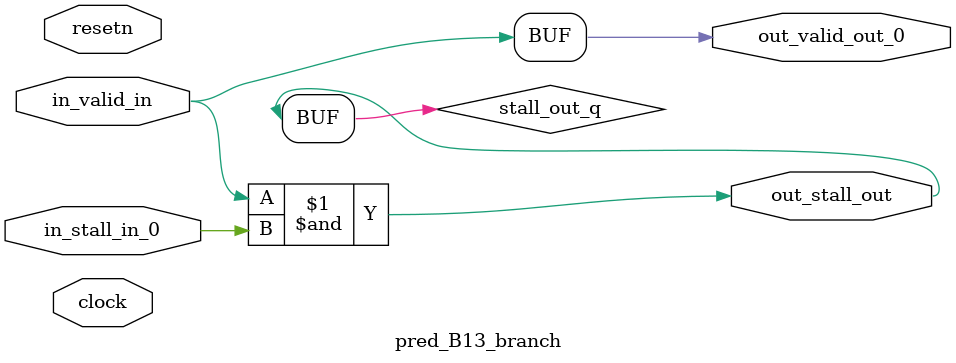
<source format=sv>



(* altera_attribute = "-name AUTO_SHIFT_REGISTER_RECOGNITION OFF; -name MESSAGE_DISABLE 10036; -name MESSAGE_DISABLE 10037; -name MESSAGE_DISABLE 14130; -name MESSAGE_DISABLE 14320; -name MESSAGE_DISABLE 15400; -name MESSAGE_DISABLE 14130; -name MESSAGE_DISABLE 10036; -name MESSAGE_DISABLE 12020; -name MESSAGE_DISABLE 12030; -name MESSAGE_DISABLE 12010; -name MESSAGE_DISABLE 12110; -name MESSAGE_DISABLE 14320; -name MESSAGE_DISABLE 13410; -name MESSAGE_DISABLE 113007; -name MESSAGE_DISABLE 10958" *)
module pred_B13_branch (
    input wire [0:0] in_stall_in_0,
    input wire [0:0] in_valid_in,
    output wire [0:0] out_stall_out,
    output wire [0:0] out_valid_out_0,
    input wire clock,
    input wire resetn
    );

    wire [0:0] stall_out_q;


    // stall_out(LOGICAL,6)
    assign stall_out_q = in_valid_in & in_stall_in_0;

    // out_stall_out(GPOUT,4)
    assign out_stall_out = stall_out_q;

    // out_valid_out_0(GPOUT,5)
    assign out_valid_out_0 = in_valid_in;

endmodule

</source>
